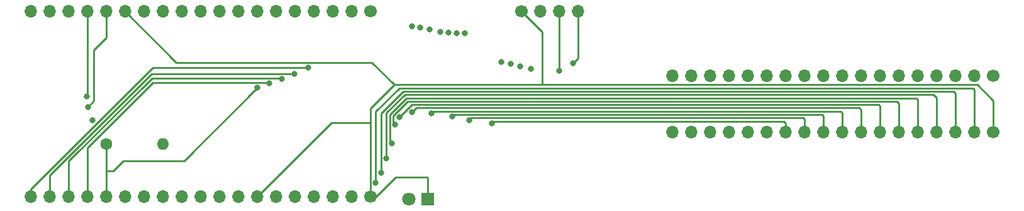
<source format=gbr>
%TF.GenerationSoftware,KiCad,Pcbnew,(6.0.6)*%
%TF.CreationDate,2022-07-10T22:52:01+02:00*%
%TF.ProjectId,ESP32_DevKit_C_v4-AZDelivery_Breadboard_Adapter,45535033-325f-4446-9576-4b69745f435f,rev?*%
%TF.SameCoordinates,Original*%
%TF.FileFunction,Copper,L1,Top*%
%TF.FilePolarity,Positive*%
%FSLAX46Y46*%
G04 Gerber Fmt 4.6, Leading zero omitted, Abs format (unit mm)*
G04 Created by KiCad (PCBNEW (6.0.6)) date 2022-07-10 22:52:01*
%MOMM*%
%LPD*%
G01*
G04 APERTURE LIST*
%TA.AperFunction,ComponentPad*%
%ADD10C,1.800000*%
%TD*%
%TA.AperFunction,ComponentPad*%
%ADD11R,1.800000X1.800000*%
%TD*%
%TA.AperFunction,ComponentPad*%
%ADD12O,1.600000X1.600000*%
%TD*%
%TA.AperFunction,ComponentPad*%
%ADD13C,1.600000*%
%TD*%
%TA.AperFunction,ComponentPad*%
%ADD14O,1.700000X1.700000*%
%TD*%
%TA.AperFunction,ComponentPad*%
%ADD15C,1.700000*%
%TD*%
%TA.AperFunction,ViaPad*%
%ADD16C,0.800000*%
%TD*%
%TA.AperFunction,Conductor*%
%ADD17C,0.250000*%
%TD*%
G04 APERTURE END LIST*
D10*
%TO.P,D1,2,A*%
%TO.N,Net-(D1-Pad2)*%
X127060000Y-80190000D03*
D11*
%TO.P,D1,1,K*%
%TO.N,GND*%
X129600000Y-80190000D03*
%TD*%
D12*
%TO.P,R1,2*%
%TO.N,Net-(D1-Pad2)*%
X93970000Y-72690000D03*
D13*
%TO.P,R1,1*%
%TO.N,GPIO2*%
X86350000Y-72690000D03*
%TD*%
D14*
%TO.P,J5,4,Pin_4*%
%TO.N,GPIO21*%
X149860000Y-54790000D03*
%TO.P,J5,3,Pin_3*%
%TO.N,GPIO22*%
X147320000Y-54790000D03*
%TO.P,J5,2,Pin_2*%
%TO.N,+5V*%
X144780000Y-54790000D03*
D15*
%TO.P,J5,1,Pin_1*%
%TO.N,GND*%
X142240000Y-54790000D03*
%TD*%
%TO.P,J4,1,Pin_1*%
%TO.N,GND*%
X205740000Y-71120000D03*
D14*
%TO.P,J4,2,Pin_2*%
%TO.N,GPIO23*%
X203200000Y-71120000D03*
%TO.P,J4,3,Pin_3*%
%TO.N,GPIO22*%
X200660000Y-71120000D03*
%TO.P,J4,4,Pin_4*%
%TO.N,GPIO1*%
X198120000Y-71120000D03*
%TO.P,J4,5,Pin_5*%
%TO.N,GPIO3*%
X195580000Y-71120000D03*
%TO.P,J4,6,Pin_6*%
%TO.N,GPIO21*%
X193040000Y-71120000D03*
%TO.P,J4,7,Pin_7*%
%TO.N,GPIO19*%
X190500000Y-71120000D03*
%TO.P,J4,8,Pin_8*%
%TO.N,GPIO18*%
X187960000Y-71120000D03*
%TO.P,J4,9,Pin_9*%
%TO.N,GPIO5*%
X185420000Y-71120000D03*
%TO.P,J4,10,Pin_10*%
%TO.N,GPIO17*%
X182880000Y-71120000D03*
%TO.P,J4,11,Pin_11*%
%TO.N,GPIO16*%
X180340000Y-71120000D03*
%TO.P,J4,12,Pin_12*%
%TO.N,GPIO4*%
X177800000Y-71120000D03*
%TO.P,J4,13,Pin_13*%
%TO.N,GPIO0*%
X175260000Y-71120000D03*
%TO.P,J4,14,Pin_14*%
%TO.N,GPIO2*%
X172720000Y-71120000D03*
%TO.P,J4,15,Pin_15*%
%TO.N,GPIO15*%
X170180000Y-71120000D03*
%TO.P,J4,16,Pin_16*%
%TO.N,GPIO8*%
X167640000Y-71120000D03*
%TO.P,J4,17,Pin_17*%
%TO.N,GPIO7*%
X165100000Y-71120000D03*
%TO.P,J4,18,Pin_18*%
%TO.N,GPIO6*%
X162560000Y-71120000D03*
%TD*%
D15*
%TO.P,J3,1,Pin_1*%
%TO.N,+3.3V*%
X205740000Y-63500000D03*
D14*
%TO.P,J3,2,Pin_2*%
%TO.N,RESET*%
X203200000Y-63500000D03*
%TO.P,J3,3,Pin_3*%
%TO.N,GPIO36*%
X200660000Y-63500000D03*
%TO.P,J3,4,Pin_4*%
%TO.N,GPIO39*%
X198120000Y-63500000D03*
%TO.P,J3,5,Pin_5*%
%TO.N,GPIO34*%
X195580000Y-63500000D03*
%TO.P,J3,6,Pin_6*%
%TO.N,GPIO35*%
X193040000Y-63500000D03*
%TO.P,J3,7,Pin_7*%
%TO.N,GPIO32*%
X190500000Y-63500000D03*
%TO.P,J3,8,Pin_8*%
%TO.N,GPIO33*%
X187960000Y-63500000D03*
%TO.P,J3,9,Pin_9*%
%TO.N,GPIO25*%
X185420000Y-63500000D03*
%TO.P,J3,10,Pin_10*%
%TO.N,GPIO26*%
X182880000Y-63500000D03*
%TO.P,J3,11,Pin_11*%
%TO.N,GPIO27*%
X180340000Y-63500000D03*
%TO.P,J3,12,Pin_12*%
%TO.N,GPIO14*%
X177800000Y-63500000D03*
%TO.P,J3,13,Pin_13*%
%TO.N,GPIO12*%
X175260000Y-63500000D03*
%TO.P,J3,14,Pin_14*%
%TO.N,GPIO13*%
X172720000Y-63500000D03*
%TO.P,J3,15,Pin_15*%
%TO.N,GPIO9*%
X170180000Y-63500000D03*
%TO.P,J3,16,Pin_16*%
%TO.N,GPIO10*%
X167640000Y-63500000D03*
%TO.P,J3,17,Pin_17*%
%TO.N,GPIO11*%
X165100000Y-63500000D03*
%TO.P,J3,18,Pin_18*%
%TO.N,+5V*%
X162560000Y-63500000D03*
%TD*%
D15*
%TO.P,J2,1,Pin_1*%
%TO.N,GND*%
X121900000Y-79790000D03*
D14*
%TO.P,J2,2,Pin_2*%
%TO.N,GPIO23*%
X119360000Y-79790000D03*
%TO.P,J2,3,Pin_3*%
%TO.N,GPIO22*%
X116820000Y-79790000D03*
%TO.P,J2,4,Pin_4*%
%TO.N,GPIO1*%
X114280000Y-79790000D03*
%TO.P,J2,5,Pin_5*%
%TO.N,GPIO3*%
X111740000Y-79790000D03*
%TO.P,J2,6,Pin_6*%
%TO.N,GPIO21*%
X109200000Y-79790000D03*
%TO.P,J2,7,Pin_7*%
%TO.N,GND*%
X106660000Y-79790000D03*
%TO.P,J2,8,Pin_8*%
%TO.N,GPIO19*%
X104120000Y-79790000D03*
%TO.P,J2,9,Pin_9*%
%TO.N,GPIO18*%
X101580000Y-79790000D03*
%TO.P,J2,10,Pin_10*%
%TO.N,GPIO5*%
X99040000Y-79790000D03*
%TO.P,J2,11,Pin_11*%
%TO.N,GPIO17*%
X96500000Y-79790000D03*
%TO.P,J2,12,Pin_12*%
%TO.N,GPIO16*%
X93960000Y-79790000D03*
%TO.P,J2,13,Pin_13*%
%TO.N,GPIO4*%
X91420000Y-79790000D03*
%TO.P,J2,14,Pin_14*%
%TO.N,GPIO0*%
X88880000Y-79790000D03*
%TO.P,J2,15,Pin_15*%
%TO.N,GPIO2*%
X86340000Y-79790000D03*
%TO.P,J2,16,Pin_16*%
%TO.N,GPIO15*%
X83800000Y-79790000D03*
%TO.P,J2,17,Pin_17*%
%TO.N,GPIO8*%
X81260000Y-79790000D03*
%TO.P,J2,18,Pin_18*%
%TO.N,GPIO7*%
X78720000Y-79790000D03*
%TO.P,J2,19,Pin_19*%
%TO.N,GPIO6*%
X76180000Y-79790000D03*
%TD*%
D15*
%TO.P,J1,1,Pin_1*%
%TO.N,+3.3V*%
X121900000Y-54790000D03*
D14*
%TO.P,J1,2,Pin_2*%
%TO.N,RESET*%
X119360000Y-54790000D03*
%TO.P,J1,3,Pin_3*%
%TO.N,GPIO36*%
X116820000Y-54790000D03*
%TO.P,J1,4,Pin_4*%
%TO.N,GPIO39*%
X114280000Y-54790000D03*
%TO.P,J1,5,Pin_5*%
%TO.N,GPIO34*%
X111740000Y-54790000D03*
%TO.P,J1,6,Pin_6*%
%TO.N,GPIO35*%
X109200000Y-54790000D03*
%TO.P,J1,7,Pin_7*%
%TO.N,GPIO32*%
X106660000Y-54790000D03*
%TO.P,J1,8,Pin_8*%
%TO.N,GPIO33*%
X104120000Y-54790000D03*
%TO.P,J1,9,Pin_9*%
%TO.N,GPIO25*%
X101580000Y-54790000D03*
%TO.P,J1,10,Pin_10*%
%TO.N,GPIO26*%
X99040000Y-54790000D03*
%TO.P,J1,11,Pin_11*%
%TO.N,GPIO27*%
X96500000Y-54790000D03*
%TO.P,J1,12,Pin_12*%
%TO.N,GPIO14*%
X93960000Y-54790000D03*
%TO.P,J1,13,Pin_13*%
%TO.N,GPIO12*%
X91420000Y-54790000D03*
%TO.P,J1,14,Pin_14*%
%TO.N,GND*%
X88880000Y-54790000D03*
%TO.P,J1,15,Pin_15*%
%TO.N,GPIO13*%
X86340000Y-54790000D03*
%TO.P,J1,16,Pin_16*%
%TO.N,GPIO9*%
X83800000Y-54790000D03*
%TO.P,J1,17,Pin_17*%
%TO.N,GPIO10*%
X81260000Y-54790000D03*
%TO.P,J1,18,Pin_18*%
%TO.N,GPIO11*%
X78720000Y-54790000D03*
%TO.P,J1,19,Pin_19*%
%TO.N,+5V*%
X76180000Y-54790000D03*
%TD*%
D16*
%TO.N,GPIO21*%
X149200000Y-61790000D03*
%TO.N,GPIO22*%
X147300000Y-62775500D03*
%TO.N,GPIO12*%
X84501305Y-69491305D03*
%TO.N,GPIO13*%
X83900000Y-67690000D03*
%TO.N,GPIO9*%
X83737701Y-66252299D03*
%TO.N,GPIO14*%
X143470147Y-62519853D03*
%TO.N,GPIO27*%
X142107847Y-62182153D03*
%TO.N,GPIO26*%
X140795548Y-61894452D03*
%TO.N,GPIO25*%
X139534194Y-61657698D03*
%TO.N,GPIO33*%
X134617398Y-57765500D03*
%TO.N,GPIO32*%
X133514499Y-57706099D03*
%TO.N,GPIO35*%
X132396049Y-57612249D03*
%TO.N,GPIO34*%
X131274600Y-57515400D03*
%TO.N,GPIO39*%
X129912300Y-57177700D03*
%TO.N,GPIO36*%
X128599386Y-56939382D03*
%TO.N,RESET*%
X127462702Y-56827297D03*
%TO.N,GPIO6*%
X113511499Y-62401499D03*
%TO.N,GPIO7*%
X111699199Y-63189199D03*
%TO.N,GPIO8*%
X109936899Y-63926899D03*
%TO.N,GPIO15*%
X108324599Y-64514599D03*
%TO.N,GPIO2*%
X106712299Y-65102299D03*
%TO.N,GPIO4*%
X138271014Y-69914500D03*
%TO.N,GPIO16*%
X135200000Y-69464500D03*
%TO.N,GPIO17*%
X132900000Y-69014500D03*
%TO.N,GPIO5*%
X130100000Y-68564500D03*
%TO.N,GPIO18*%
X127524599Y-68414600D03*
%TO.N,GPIO19*%
X125852684Y-69061915D03*
%TO.N,GPIO21*%
X125248000Y-70090000D03*
%TO.N,GPIO3*%
X124798000Y-72590000D03*
%TO.N,GPIO1*%
X124073500Y-74690000D03*
%TO.N,GPIO22*%
X123349000Y-76590000D03*
%TO.N,GPIO23*%
X122624500Y-77990000D03*
%TD*%
D17*
%TO.N,GND*%
X129600000Y-77290000D02*
X129600000Y-80190000D01*
X129500000Y-77190000D02*
X129600000Y-77290000D01*
X122700000Y-79790000D02*
X125300000Y-77190000D01*
X121900000Y-79790000D02*
X122700000Y-79790000D01*
X125300000Y-77190000D02*
X129500000Y-77190000D01*
%TO.N,GPIO21*%
X124973500Y-68916500D02*
X126950000Y-66940000D01*
X193040000Y-67180000D02*
X193040000Y-71120000D01*
X125248000Y-70090000D02*
X124973500Y-69815500D01*
X124973500Y-69815500D02*
X124973500Y-68916500D01*
X192800000Y-66940000D02*
X193040000Y-67180000D01*
X126950000Y-66940000D02*
X192800000Y-66940000D01*
%TO.N,GPIO4*%
X177800000Y-69917919D02*
X177800000Y-71120000D01*
X177522081Y-69640000D02*
X177800000Y-69917919D01*
X138545514Y-69640000D02*
X177522081Y-69640000D01*
X138271014Y-69914500D02*
X138545514Y-69640000D01*
%TO.N,GPIO21*%
X149860000Y-61130000D02*
X149860000Y-54790000D01*
X149200000Y-61790000D02*
X149860000Y-61130000D01*
%TO.N,GPIO22*%
X147320000Y-62755500D02*
X147320000Y-54790000D01*
X147300000Y-62775500D02*
X147320000Y-62755500D01*
%TO.N,GPIO13*%
X86340000Y-58350000D02*
X86340000Y-54790000D01*
X84700000Y-59990000D02*
X86340000Y-58350000D01*
X84700000Y-66890000D02*
X84700000Y-59990000D01*
X83900000Y-67690000D02*
X84700000Y-66890000D01*
%TO.N,GPIO9*%
X83800000Y-66190000D02*
X83800000Y-54790000D01*
X83737701Y-66252299D02*
X83800000Y-66190000D01*
%TO.N,GND*%
X145000000Y-64690000D02*
X145000000Y-57550000D01*
X145000000Y-64690000D02*
X142300000Y-64690000D01*
X203580000Y-64690000D02*
X145000000Y-64690000D01*
X145000000Y-57550000D02*
X142240000Y-54790000D01*
X95766499Y-61676499D02*
X88880000Y-54790000D01*
X125100000Y-64690000D02*
X122086499Y-61676499D01*
X122086499Y-61676499D02*
X95766499Y-61676499D01*
%TO.N,GPIO6*%
X113511499Y-62401499D02*
X92615709Y-62401499D01*
X92615709Y-62401499D02*
X76180000Y-78837208D01*
X76180000Y-78837208D02*
X76180000Y-79790000D01*
%TO.N,GPIO7*%
X78720000Y-76933604D02*
X78720000Y-79790000D01*
X92464405Y-63189199D02*
X78720000Y-76933604D01*
X111699199Y-63189199D02*
X92464405Y-63189199D01*
%TO.N,GPIO8*%
X81260000Y-75030000D02*
X81260000Y-79790000D01*
X109799599Y-63789599D02*
X92500401Y-63789599D01*
X109936899Y-63926899D02*
X109799599Y-63789599D01*
X92500401Y-63789599D02*
X81260000Y-75030000D01*
%TO.N,GPIO15*%
X83800000Y-73190000D02*
X83800000Y-79790000D01*
X108187299Y-64377299D02*
X92612701Y-64377299D01*
X92612701Y-64377299D02*
X83800000Y-73190000D01*
X108324599Y-64514599D02*
X108187299Y-64377299D01*
%TO.N,GPIO2*%
X87310000Y-76330000D02*
X86340000Y-76330000D01*
X88650000Y-74990000D02*
X87310000Y-76330000D01*
X86340000Y-76330000D02*
X86340000Y-72700000D01*
X86340000Y-79790000D02*
X86340000Y-76330000D01*
X96824598Y-74990000D02*
X88650000Y-74990000D01*
X106712299Y-65102299D02*
X96824598Y-74990000D01*
X86340000Y-72700000D02*
X86350000Y-72690000D01*
%TO.N,GPIO16*%
X135474500Y-69190000D02*
X135200000Y-69464500D01*
X150500000Y-69190000D02*
X135474500Y-69190000D01*
%TO.N,GPIO17*%
X133174500Y-68740000D02*
X132900000Y-69014500D01*
X150500000Y-68740000D02*
X133174500Y-68740000D01*
%TO.N,GPIO5*%
X130374500Y-68290000D02*
X130100000Y-68564500D01*
X150500000Y-68290000D02*
X130374500Y-68290000D01*
%TO.N,GPIO18*%
X128099199Y-67840000D02*
X127524599Y-68414600D01*
X150500000Y-67840000D02*
X128099199Y-67840000D01*
%TO.N,GND*%
X142300000Y-64690000D02*
X125100000Y-64690000D01*
X116660000Y-69790000D02*
X106660000Y-79790000D01*
X121900000Y-69790000D02*
X116660000Y-69790000D01*
X121900000Y-69790000D02*
X121900000Y-79790000D01*
X121900000Y-67890000D02*
X121900000Y-69790000D01*
%TO.N,GPIO19*%
X127524599Y-67390000D02*
X125852684Y-69061915D01*
X150500000Y-67390000D02*
X127524599Y-67390000D01*
%TO.N,GPIO3*%
X124523500Y-68700691D02*
X124523500Y-72315500D01*
X124523500Y-72315500D02*
X124798000Y-72590000D01*
X126734191Y-66490000D02*
X124523500Y-68700691D01*
X150500000Y-66490000D02*
X126734191Y-66490000D01*
%TO.N,GPIO1*%
X124073500Y-68514295D02*
X124073500Y-74690000D01*
X126547795Y-66040000D02*
X124073500Y-68514295D01*
X150500000Y-66040000D02*
X126547795Y-66040000D01*
%TO.N,GPIO22*%
X126361399Y-65590000D02*
X200400000Y-65590000D01*
X123349000Y-68602399D02*
X126361399Y-65590000D01*
X200400000Y-65590000D02*
X200660000Y-65850000D01*
X200660000Y-65850000D02*
X200660000Y-71120000D01*
X123349000Y-76590000D02*
X123349000Y-68602399D01*
%TO.N,GPIO23*%
X203200000Y-65340000D02*
X203200000Y-71120000D01*
X203000000Y-65140000D02*
X203200000Y-65340000D01*
X122624500Y-68302299D02*
X125786799Y-65140000D01*
X125786799Y-65140000D02*
X203000000Y-65140000D01*
X122624500Y-77990000D02*
X122624500Y-68302299D01*
%TO.N,GND*%
X125100000Y-64690000D02*
X121900000Y-67890000D01*
X205740000Y-66850000D02*
X203580000Y-64690000D01*
X205740000Y-71120000D02*
X205740000Y-66850000D01*
%TO.N,GPIO16*%
X180200000Y-69190000D02*
X150500000Y-69190000D01*
X180340000Y-69330000D02*
X180200000Y-69190000D01*
X180340000Y-71120000D02*
X180340000Y-69330000D01*
%TO.N,GPIO17*%
X151750000Y-68740000D02*
X150500000Y-68740000D01*
X182700000Y-68740000D02*
X151750000Y-68740000D01*
X182880000Y-68920000D02*
X182700000Y-68740000D01*
X182880000Y-71120000D02*
X182880000Y-68920000D01*
%TO.N,GPIO5*%
X185200000Y-68290000D02*
X150500000Y-68290000D01*
X185300000Y-68390000D02*
X185200000Y-68290000D01*
X185420000Y-71120000D02*
X185420000Y-68510000D01*
X185420000Y-68510000D02*
X185300000Y-68390000D01*
%TO.N,GPIO18*%
X150750000Y-67840000D02*
X150500000Y-67840000D01*
X187960000Y-68100000D02*
X187700000Y-67840000D01*
X187960000Y-71120000D02*
X187960000Y-68100000D01*
X187700000Y-67840000D02*
X150750000Y-67840000D01*
%TO.N,GPIO19*%
X190300000Y-67390000D02*
X150500000Y-67390000D01*
X190500000Y-67590000D02*
X190300000Y-67390000D01*
X190500000Y-71120000D02*
X190500000Y-67590000D01*
%TO.N,GPIO3*%
X195400000Y-66490000D02*
X150500000Y-66490000D01*
X195580000Y-66670000D02*
X195400000Y-66490000D01*
X195580000Y-71120000D02*
X195580000Y-66670000D01*
%TO.N,GPIO1*%
X197700000Y-66040000D02*
X150500000Y-66040000D01*
X198120000Y-66460000D02*
X197700000Y-66040000D01*
X198120000Y-71120000D02*
X198120000Y-66460000D01*
%TD*%
M02*

</source>
